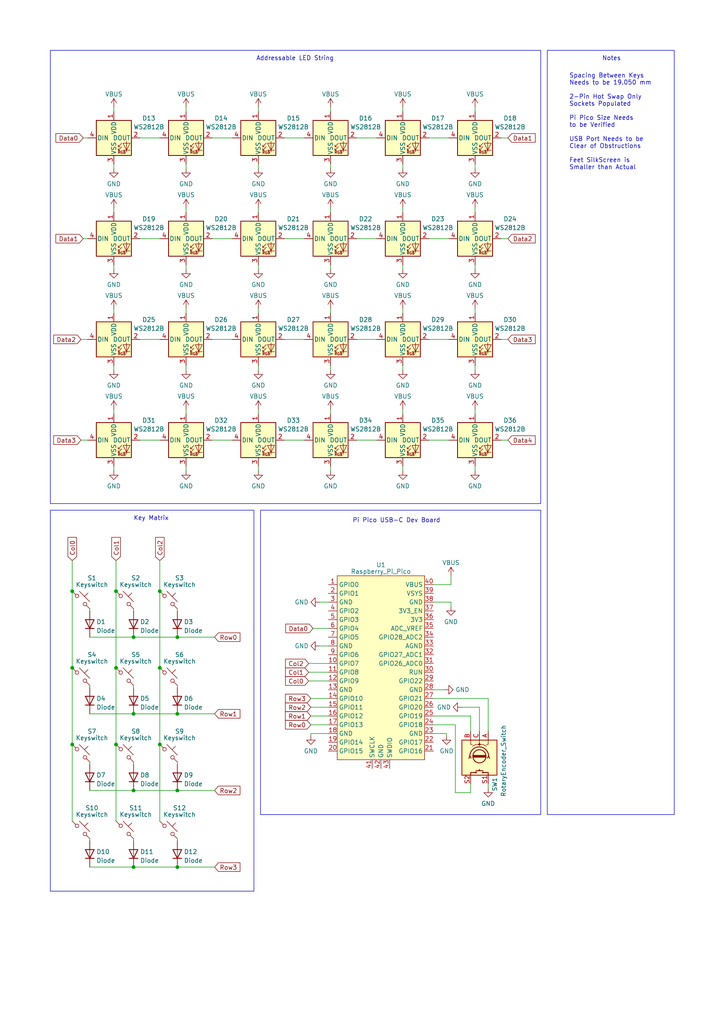
<source format=kicad_sch>
(kicad_sch (version 20250114) (generator "eeschema") (generator_version "9.0")
  (paper "A4" portrait)
  (title_block (title "Macro Keypad w/Rotary Encoder") (date "2023-12-27") (rev "1.0") (company "Akbar Q Open Source") (comment 1 "PCB Manufacture Complete - Multiple Units Built") (comment 2 "Units Given to End Users with Satisfaction"))
  (lib_symbols
    (symbol "Device:RotaryEncoder_Switch" (pin_names (offset 0.254) (hide yes))
      (property "Reference" "SW" (at 0 6.604 0))
      (property "Value" "RotaryEncoder_Switch" (at 0 -6.604 0))
      (symbol "RotaryEncoder_Switch_0_1"
        (rectangle (start -5.08 5.08) (end 5.08 -5.08) (stroke (width 0.254)) (fill (type background)))
        (polyline (pts (xy -5.08 2.54) (xy -3.81 2.54) (xy -3.81 2.032)))
        (polyline (pts (xy -5.08 0) (xy -3.81 0) (xy -3.81 -1.016) (xy -3.302 -2.032)))
        (polyline (pts (xy -5.08 -2.54) (xy -3.81 -2.54) (xy -3.81 -2.032)))
        (polyline (pts (xy -4.318 0) (xy -3.81 0) (xy -3.81 1.016) (xy -3.302 2.032)))
        (circle (center -3.81 0) (radius 0.254) (fill (type outline)))
        (polyline (pts (xy -0.635 -1.778) (xy -0.635 1.778)) (stroke (width 0.254)))
        (circle (center -0.381 0) (radius 1.905) (stroke (width 0.254)))
        (polyline (pts (xy -0.381 -1.778) (xy -0.381 1.778)) (stroke (width 0.254)))
        (arc (start -0.381 -2.794) (mid -3.0988 -0.0635) (end -0.381 2.667) (stroke (width 0.254)))
        (polyline (pts (xy -0.127 1.778) (xy -0.127 -1.778)) (stroke (width 0.254)))
        (polyline (pts (xy 0.254 2.921) (xy -0.508 2.667) (xy 0.127 2.286)) (stroke (width 0.254)))
        (polyline (pts (xy 0.254 -3.048) (xy -0.508 -2.794) (xy 0.127 -2.413)) (stroke (width 0.254)))
        (polyline (pts (xy 3.81 1.016) (xy 3.81 -1.016)) (stroke (width 0.254)))
        (polyline (pts (xy 3.81 0) (xy 3.429 0)) (stroke (width 0.254)))
        (circle (center 4.318 1.016) (radius 0.127) (stroke (width 0.254)))
        (circle (center 4.318 -1.016) (radius 0.127) (stroke (width 0.254)))
        (polyline (pts (xy 5.08 2.54) (xy 4.318 2.54) (xy 4.318 1.016)) (stroke (width 0.254)))
        (polyline (pts (xy 5.08 -2.54) (xy 4.318 -2.54) (xy 4.318 -1.016)) (stroke (width 0.254)))
      )
      (symbol "RotaryEncoder_Switch_1_1"
        (pin passive line (at -7.62 2.54 0) (length 2.54) (name "A") (number "A"))
        (pin passive line (at -7.62 0 0) (length 2.54) (name "C") (number "C"))
        (pin passive line (at -7.62 -2.54 0) (length 2.54) (name "B") (number "B"))
        (pin passive line (at 7.62 2.54 180) (length 2.54) (name "S1") (number "S1"))
        (pin passive line (at 7.62 -2.54 180) (length 2.54) (name "S2") (number "S2"))
      )
    )
    (symbol "LED:WS2812B" (pin_names (offset 0.254))
      (property "Reference" "D" (at 5.08 5.715 0))
      (property "Value" "WS2812B" (at 1.27 -5.715 0))
      (symbol "WS2812B_0_0"
        (text "RGB" (at 2.286 -4.191 0) (effects (font (size 0.762 0.762))))
      )
      (symbol "WS2812B_0_1"
        (polyline (pts (xy 1.27 -2.54) (xy 1.778 -2.54)))
        (polyline (pts (xy 1.27 -3.556) (xy 1.778 -3.556)))
        (polyline (pts (xy 2.286 -1.524) (xy 1.27 -2.54) (xy 1.27 -2.032)))
        (polyline (pts (xy 2.286 -2.54) (xy 1.27 -3.556) (xy 1.27 -3.048)))
        (polyline (pts (xy 3.683 -1.016) (xy 3.683 -3.556) (xy 3.683 -4.064)))
        (polyline (pts (xy 4.699 -1.524) (xy 2.667 -1.524) (xy 3.683 -3.556) (xy 4.699 -1.524)))
        (polyline (pts (xy 4.699 -3.556) (xy 2.667 -3.556)))
        (rectangle (start 5.08 5.08) (end -5.08 -5.08) (stroke (width 0.254)) (fill (type background)))
      )
      (symbol "WS2812B_1_1"
        (pin input line (at -7.62 0 0) (length 2.54) (name "DIN") (number "4"))
        (pin power_in line (at 0 7.62 270) (length 2.54) (name "VDD") (number "1"))
        (pin power_in line (at 0 -7.62 90) (length 2.54) (name "VSS") (number "3"))
        (pin output line (at 7.62 0 180) (length 2.54) (name "DOUT") (number "2"))
      )
    )
    (symbol "ScottoKeebs:MCU_Raspberry_Pi_Pico"
      (property "Reference" "U" (at 0 0 0))
      (property "Value" "Raspberry_Pi_Pico" (at 0 27.94 0))
      (symbol "MCU_Raspberry_Pi_Pico_0_1"
        (rectangle (start -12.7 26.67) (end 12.7 -26.67) (fill (type background)))
      )
      (symbol "MCU_Raspberry_Pi_Pico_1_1"
        (pin bidirectional line (at -15.24 24.13 0) (length 2.54) (name "GPIO0") (number "1"))
        (pin bidirectional line (at -15.24 21.59 0) (length 2.54) (name "GPIO1") (number "2"))
        (pin power_in line (at -15.24 19.05 0) (length 2.54) (name "GND") (number "3"))
        (pin bidirectional line (at -15.24 16.51 0) (length 2.54) (name "GPIO2") (number "4"))
        (pin bidirectional line (at -15.24 13.97 0) (length 2.54) (name "GPIO3") (number "5"))
        (pin bidirectional line (at -15.24 11.43 0) (length 2.54) (name "GPIO4") (number "6"))
        (pin bidirectional line (at -15.24 8.89 0) (length 2.54) (name "GPIO5") (number "7"))
        (pin power_in line (at -15.24 6.35 0) (length 2.54) (name "GND") (number "8"))
        (pin bidirectional line (at -15.24 3.81 0) (length 2.54) (name "GPIO6") (number "9"))
        (pin bidirectional line (at -15.24 1.27 0) (length 2.54) (name "GPIO7") (number "10"))
        (pin bidirectional line (at -15.24 -1.27 0) (length 2.54) (name "GPIO8") (number "11"))
        (pin bidirectional line (at -15.24 -3.81 0) (length 2.54) (name "GPIO9") (number "12"))
        (pin power_in line (at -15.24 -6.35 0) (length 2.54) (name "GND") (number "13"))
        (pin bidirectional line (at -15.24 -8.89 0) (length 2.54) (name "GPIO10") (number "14"))
        (pin bidirectional line (at -15.24 -11.43 0) (length 2.54) (name "GPIO11") (number "15"))
        (pin bidirectional line (at -15.24 -13.97 0) (length 2.54) (name "GPIO12") (number "16"))
        (pin bidirectional line (at -15.24 -16.51 0) (length 2.54) (name "GPIO13") (number "17"))
        (pin power_in line (at -15.24 -19.05 0) (length 2.54) (name "GND") (number "18"))
        (pin bidirectional line (at -15.24 -21.59 0) (length 2.54) (name "GPIO14") (number "19"))
        (pin bidirectional line (at -15.24 -24.13 0) (length 2.54) (name "GPIO15") (number "20"))
        (pin input line (at -2.54 -29.21 90) (length 2.54) (name "SWCLK") (number "41"))
        (pin power_in line (at 0 -29.21 90) (length 2.54) (name "GND") (number "42"))
        (pin bidirectional line (at 2.54 -29.21 90) (length 2.54) (name "SWDIO") (number "43"))
        (pin power_in line (at 15.24 24.13 180) (length 2.54) (name "VBUS") (number "40"))
        (pin power_in line (at 15.24 21.59 180) (length 2.54) (name "VSYS") (number "39"))
        (pin bidirectional line (at 15.24 19.05 180) (length 2.54) (name "GND") (number "38"))
        (pin input line (at 15.24 16.51 180) (length 2.54) (name "3V3_EN") (number "37"))
        (pin power_in line (at 15.24 13.97 180) (length 2.54) (name "3V3") (number "36"))
        (pin power_in line (at 15.24 11.43 180) (length 2.54) (name "ADC_VREF") (number "35"))
        (pin bidirectional line (at 15.24 8.89 180) (length 2.54) (name "GPIO28_ADC2") (number "34"))
        (pin power_in line (at 15.24 6.35 180) (length 2.54) (name "AGND") (number "33"))
        (pin bidirectional line (at 15.24 3.81 180) (length 2.54) (name "GPIO27_ADC1") (number "32"))
        (pin bidirectional line (at 15.24 1.27 180) (length 2.54) (name "GPIO26_ADC0") (number "31"))
        (pin input line (at 15.24 -1.27 180) (length 2.54) (name "RUN") (number "30"))
        (pin bidirectional line (at 15.24 -3.81 180) (length 2.54) (name "GPIO22") (number "29"))
        (pin power_in line (at 15.24 -6.35 180) (length 2.54) (name "GND") (number "28"))
        (pin bidirectional line (at 15.24 -8.89 180) (length 2.54) (name "GPIO21") (number "27"))
        (pin bidirectional line (at 15.24 -11.43 180) (length 2.54) (name "GPIO20") (number "26"))
        (pin bidirectional line (at 15.24 -13.97 180) (length 2.54) (name "GPIO19") (number "25"))
        (pin bidirectional line (at 15.24 -16.51 180) (length 2.54) (name "GPIO18") (number "24"))
        (pin power_in line (at 15.24 -19.05 180) (length 2.54) (name "GND") (number "23"))
        (pin bidirectional line (at 15.24 -21.59 180) (length 2.54) (name "GPIO17") (number "22"))
        (pin bidirectional line (at 15.24 -24.13 180) (length 2.54) (name "GPIO16") (number "21"))
      )
    )
    (symbol "ScottoKeebs:Placeholder_Diode" (pin_numbers (hide yes)) (pin_names (hide yes))
      (property "Reference" "D" (at 0 2.54 0))
      (property "Value" "Diode" (at 0 -2.54 0))
      (symbol "Placeholder_Diode_0_1"
        (polyline (pts (xy -1.27 1.27) (xy -1.27 -1.27)) (stroke (width 0.254)))
        (polyline (pts (xy 1.27 1.27) (xy 1.27 -1.27) (xy -1.27 0) (xy 1.27 1.27)) (stroke (width 0.254)))
        (polyline (pts (xy 1.27 0) (xy -1.27 0)))
      )
      (symbol "Placeholder_Diode_1_1"
        (pin passive line (at -3.81 0 0) (length 2.54) (name "K") (number "1"))
        (pin passive line (at 3.81 0 180) (length 2.54) (name "A") (number "2"))
      )
    )
    (symbol "ScottoKeebs:Placeholder_Keyswitch" (pin_numbers (hide yes)) (pin_names (offset 1.016) (hide yes))
      (property "Reference" "S" (at 3.048 1.016 0))
      (property "Value" "Keyswitch" (at 0 -3.81 0))
      (symbol "Placeholder_Keyswitch_0_1"
        (polyline (pts (xy -2.54 2.54) (xy -1.524 1.524) (xy -1.524 1.524)))
        (circle (center -1.1684 1.1684) (radius 0.508))
        (polyline (pts (xy -0.508 2.54) (xy 2.54 -0.508)))
        (polyline (pts (xy 1.016 1.016) (xy 2.032 2.032)))
        (circle (center 1.143 -1.1938) (radius 0.508))
        (polyline (pts (xy 1.524 -1.524) (xy 2.54 -2.54) (xy 2.54 -2.54) (xy 2.54 -2.54)))
        (pin passive line (at -2.54 2.54 0) (length 0) (name "1") (number "1"))
        (pin passive line (at 2.54 -2.54 180) (length 0) (name "2") (number "2"))
      )
    )
    (symbol "power:GND" (power) (pin_names (offset 0))
      (property "Value" "GND" (at 0 -3.81 0))
      (symbol "GND_0_1"
        (polyline (pts (xy 0 0) (xy 0 -1.27) (xy 1.27 -1.27) (xy 0 -2.54) (xy -1.27 -1.27) (xy 0 -1.27)))
      )
      (symbol "GND_1_1"
        (pin power_in line (at 0 0 270) (length 0) (hide yes) (name "GND") (number "1"))
      )
    )
    (symbol "power:VBUS" (power) (pin_names (offset 0))
      (property "Value" "VBUS" (at 0 3.81 0))
      (symbol "VBUS_0_1"
        (polyline (pts (xy -0.762 1.27) (xy 0 2.54)))
        (polyline (pts (xy 0 2.54) (xy 0.762 1.27)))
        (polyline (pts (xy 0 0) (xy 0 2.54)))
      )
      (symbol "VBUS_1_1"
        (pin power_in line (at 0 0 90) (length 0) (hide yes) (name "VBUS") (number "1"))
      )
    )
  )
  (rectangle (start 14.605 14.605) (end 156.845 146.05))
  (rectangle (start 14.605 147.955) (end 73.66 258.445))
  (rectangle (start 75.565 147.955) (end 156.845 236.22))
  (rectangle (start 158.75 14.605) (end 195.58 236.22))
  (text "Addressable LED String" (at 74.295 17.78 0) (effects (font (size 1.27 1.27)) (justify left bottom)))
  (text "Spacing Between Keys \nNeeds to be 19.050 mm\n\n2-Pin Hot Swap Only\nSockets Populated\n\nPi Pico Size Needs\nto be Verified\n\nUSB Port Needs to be\nClear of Obstructions\n\nFeet SilkScreen is\nSmaller than Actual\n\n" (at 165.1 51.435 0) (effects (font (size 1.27 1.27)) (justify left bottom)))
  (text "Key Matrix" (at 38.735 151.13 0) (effects (font (size 1.27 1.27)) (justify left bottom)))
  (text "Pi Pico USB-C Dev Board" (at 102.235 151.765 0) (effects (font (size 1.27 1.27)) (justify left bottom)))
  (text "Notes" (at 174.625 17.78 0) (effects (font (size 1.27 1.27)) (justify left bottom)))
  (junction (at 46.355 171.45))
  (junction (at 38.735 207.01))
  (junction (at 46.355 193.675))
  (junction (at 38.735 229.235))
  (junction (at 38.735 184.785))
  (junction (at 51.435 184.785))
  (junction (at 33.655 193.675))
  (junction (at 20.955 193.675))
  (junction (at 20.955 171.45))
  (junction (at 51.435 229.235))
  (junction (at 33.655 215.9))
  (junction (at 38.735 251.46))
  (junction (at 20.955 215.9))
  (junction (at 46.355 215.9))
  (junction (at 51.435 207.01))
  (junction (at 51.435 251.46))
  (junction (at 33.655 171.45))
  (wire (pts (xy 145.415 98.425) (xy 147.32 98.425)))
  (wire (pts (xy 74.93 118.745) (xy 74.93 120.015)))
  (wire (pts (xy 53.975 118.745) (xy 53.975 120.015)))
  (wire (pts (xy 74.93 89.535) (xy 74.93 90.805)))
  (wire (pts (xy 33.655 215.9) (xy 33.655 238.125)))
  (wire (pts (xy 136.525 207.645) (xy 125.73 207.645)))
  (wire (pts (xy 95.885 47.625) (xy 95.885 48.895)))
  (wire (pts (xy 46.355 215.9) (xy 46.355 238.125)))
  (wire (pts (xy 33.02 60.325) (xy 33.02 61.595)))
  (wire (pts (xy 90.17 202.565) (xy 95.25 202.565)))
  (wire (pts (xy 61.595 98.425) (xy 67.31 98.425)))
  (wire (pts (xy 53.975 76.835) (xy 53.975 78.105)))
  (wire (pts (xy 51.435 207.01) (xy 62.23 207.01)))
  (wire (pts (xy 137.795 60.325) (xy 137.795 61.595)))
  (wire (pts (xy 33.02 76.835) (xy 33.02 78.105)))
  (wire (pts (xy 51.435 199.39) (xy 51.435 198.755)))
  (wire (pts (xy 40.64 127.635) (xy 46.355 127.635)))
  (wire (pts (xy 116.84 47.625) (xy 116.84 48.895)))
  (wire (pts (xy 132.08 210.185) (xy 125.73 210.185)))
  (wire (pts (xy 137.795 31.115) (xy 137.795 32.385)))
  (wire (pts (xy 38.735 207.01) (xy 51.435 207.01)))
  (wire (pts (xy 53.975 60.325) (xy 53.975 61.595)))
  (wire (pts (xy 74.93 31.115) (xy 74.93 32.385)))
  (wire (pts (xy 116.84 60.325) (xy 116.84 61.595)))
  (wire (pts (xy 26.035 251.46) (xy 38.735 251.46)))
  (wire (pts (xy 116.84 31.115) (xy 116.84 32.385)))
  (wire (pts (xy 125.73 212.725) (xy 129.54 212.725)))
  (wire (pts (xy 61.595 127.635) (xy 67.31 127.635)))
  (wire (pts (xy 95.885 60.325) (xy 95.885 61.595)))
  (wire (pts (xy 89.535 194.945) (xy 95.25 194.945)))
  (wire (pts (xy 141.605 212.09) (xy 141.605 202.565)))
  (wire (pts (xy 82.55 98.425) (xy 88.265 98.425)))
  (wire (pts (xy 26.035 184.785) (xy 38.735 184.785)))
  (wire (pts (xy 90.17 210.185) (xy 95.25 210.185)))
  (wire (pts (xy 53.975 89.535) (xy 53.975 90.805)))
  (wire (pts (xy 24.13 69.215) (xy 25.4 69.215)))
  (wire (pts (xy 38.735 229.235) (xy 51.435 229.235)))
  (wire (pts (xy 51.435 177.165) (xy 51.435 176.53)))
  (wire (pts (xy 137.795 76.835) (xy 137.795 78.105)))
  (wire (pts (xy 38.735 177.165) (xy 38.735 176.53)))
  (wire (pts (xy 40.64 40.005) (xy 46.355 40.005)))
  (wire (pts (xy 51.435 243.84) (xy 51.435 243.205)))
  (wire (pts (xy 90.17 207.645) (xy 95.25 207.645)))
  (wire (pts (xy 51.435 221.615) (xy 51.435 220.98)))
  (wire (pts (xy 51.435 229.235) (xy 62.23 229.235)))
  (wire (pts (xy 82.55 69.215) (xy 88.265 69.215)))
  (wire (pts (xy 103.505 127.635) (xy 109.22 127.635)))
  (wire (pts (xy 51.435 184.785) (xy 62.23 184.785)))
  (wire (pts (xy 51.435 251.46) (xy 62.23 251.46)))
  (wire (pts (xy 95.25 212.725) (xy 90.17 212.725)))
  (wire (pts (xy 74.93 60.325) (xy 74.93 61.595)))
  (wire (pts (xy 103.505 98.425) (xy 109.22 98.425)))
  (wire (pts (xy 33.02 135.255) (xy 33.02 136.525)))
  (wire (pts (xy 136.525 229.87) (xy 132.08 229.87)))
  (wire (pts (xy 145.415 69.215) (xy 147.32 69.215)))
  (wire (pts (xy 61.595 40.005) (xy 67.31 40.005)))
  (wire (pts (xy 89.535 192.405) (xy 95.25 192.405)))
  (wire (pts (xy 26.035 243.84) (xy 26.035 243.205)))
  (wire (pts (xy 20.955 193.675) (xy 20.955 215.9)))
  (wire (pts (xy 130.81 175.895) (xy 130.81 174.625)))
  (wire (pts (xy 38.735 221.615) (xy 38.735 220.98)))
  (wire (pts (xy 141.605 227.33) (xy 141.605 228.6)))
  (wire (pts (xy 26.035 177.165) (xy 26.035 176.53)))
  (wire (pts (xy 24.13 40.005) (xy 25.4 40.005)))
  (wire (pts (xy 74.93 106.045) (xy 74.93 107.315)))
  (wire (pts (xy 38.735 243.84) (xy 38.735 243.205)))
  (wire (pts (xy 38.735 199.39) (xy 38.735 198.755)))
  (wire (pts (xy 92.71 174.625) (xy 95.25 174.625)))
  (wire (pts (xy 90.805 182.245) (xy 95.25 182.245)))
  (wire (pts (xy 53.975 47.625) (xy 53.975 48.895)))
  (wire (pts (xy 20.955 162.56) (xy 20.955 171.45)))
  (wire (pts (xy 23.495 98.425) (xy 25.4 98.425)))
  (wire (pts (xy 139.065 205.105) (xy 139.065 212.09)))
  (wire (pts (xy 46.355 162.56) (xy 46.355 171.45)))
  (wire (pts (xy 33.655 162.56) (xy 33.655 171.45)))
  (wire (pts (xy 116.84 76.835) (xy 116.84 78.105)))
  (wire (pts (xy 46.355 171.45) (xy 46.355 193.675)))
  (wire (pts (xy 33.02 89.535) (xy 33.02 90.805)))
  (wire (pts (xy 33.02 31.115) (xy 33.02 32.385)))
  (wire (pts (xy 33.02 118.745) (xy 33.02 120.015)))
  (wire (pts (xy 40.64 69.215) (xy 46.355 69.215)))
  (wire (pts (xy 137.795 135.255) (xy 137.795 136.525)))
  (wire (pts (xy 116.84 135.255) (xy 116.84 136.525)))
  (wire (pts (xy 129.54 213.36) (xy 129.54 212.725)))
  (wire (pts (xy 95.885 76.835) (xy 95.885 78.105)))
  (wire (pts (xy 82.55 40.005) (xy 88.265 40.005)))
  (wire (pts (xy 90.17 205.105) (xy 95.25 205.105)))
  (wire (pts (xy 90.17 212.725) (xy 90.17 213.36)))
  (wire (pts (xy 137.795 118.745) (xy 137.795 120.015)))
  (wire (pts (xy 38.735 184.785) (xy 51.435 184.785)))
  (wire (pts (xy 130.81 167.005) (xy 130.81 169.545)))
  (wire (pts (xy 74.93 76.835) (xy 74.93 78.105)))
  (wire (pts (xy 92.71 187.325) (xy 95.25 187.325)))
  (wire (pts (xy 103.505 40.005) (xy 109.22 40.005)))
  (wire (pts (xy 74.93 47.625) (xy 74.93 48.895)))
  (wire (pts (xy 26.035 229.235) (xy 38.735 229.235)))
  (wire (pts (xy 136.525 227.33) (xy 136.525 229.87)))
  (wire (pts (xy 53.975 135.255) (xy 53.975 136.525)))
  (wire (pts (xy 137.795 89.535) (xy 137.795 90.805)))
  (wire (pts (xy 136.525 212.09) (xy 136.525 207.645)))
  (wire (pts (xy 33.655 171.45) (xy 33.655 193.675)))
  (wire (pts (xy 95.885 31.115) (xy 95.885 32.385)))
  (wire (pts (xy 33.655 193.675) (xy 33.655 215.9)))
  (wire (pts (xy 137.795 47.625) (xy 137.795 48.895)))
  (wire (pts (xy 116.84 118.745) (xy 116.84 120.015)))
  (wire (pts (xy 125.73 200.025) (xy 128.905 200.025)))
  (wire (pts (xy 33.02 47.625) (xy 33.02 48.895)))
  (wire (pts (xy 23.495 127.635) (xy 25.4 127.635)))
  (wire (pts (xy 26.035 221.615) (xy 26.035 220.98)))
  (wire (pts (xy 125.73 169.545) (xy 130.81 169.545)))
  (wire (pts (xy 103.505 69.215) (xy 109.22 69.215)))
  (wire (pts (xy 130.81 174.625) (xy 125.73 174.625)))
  (wire (pts (xy 89.535 197.485) (xy 95.25 197.485)))
  (wire (pts (xy 95.885 135.255) (xy 95.885 136.525)))
  (wire (pts (xy 141.605 202.565) (xy 125.73 202.565)))
  (wire (pts (xy 95.885 106.045) (xy 95.885 107.315)))
  (wire (pts (xy 82.55 127.635) (xy 88.265 127.635)))
  (wire (pts (xy 61.595 69.215) (xy 67.31 69.215)))
  (wire (pts (xy 46.355 193.675) (xy 46.355 215.9)))
  (wire (pts (xy 132.08 229.87) (xy 132.08 210.185)))
  (wire (pts (xy 38.735 251.46) (xy 51.435 251.46)))
  (wire (pts (xy 26.035 207.01) (xy 38.735 207.01)))
  (wire (pts (xy 137.795 106.045) (xy 137.795 107.315)))
  (wire (pts (xy 40.64 98.425) (xy 46.355 98.425)))
  (wire (pts (xy 139.065 205.105) (xy 133.985 205.105)))
  (wire (pts (xy 124.46 98.425) (xy 130.175 98.425)))
  (wire (pts (xy 124.46 69.215) (xy 130.175 69.215)))
  (wire (pts (xy 20.955 215.9) (xy 20.955 238.125)))
  (wire (pts (xy 116.84 106.045) (xy 116.84 107.315)))
  (wire (pts (xy 26.035 199.39) (xy 26.035 198.755)))
  (wire (pts (xy 95.885 118.745) (xy 95.885 120.015)))
  (wire (pts (xy 20.955 171.45) (xy 20.955 193.675)))
  (wire (pts (xy 124.46 127.635) (xy 130.175 127.635)))
  (wire (pts (xy 53.975 106.045) (xy 53.975 107.315)))
  (wire (pts (xy 116.84 89.535) (xy 116.84 90.805)))
  (wire (pts (xy 145.415 127.635) (xy 147.32 127.635)))
  (wire (pts (xy 145.415 40.005) (xy 147.32 40.005)))
  (wire (pts (xy 53.975 31.115) (xy 53.975 32.385)))
  (wire (pts (xy 33.02 106.045) (xy 33.02 107.315)))
  (wire (pts (xy 124.46 40.005) (xy 130.175 40.005)))
  (wire (pts (xy 74.93 135.255) (xy 74.93 136.525)))
  (wire (pts (xy 95.885 89.535) (xy 95.885 90.805)))
  (global_label "Col2" (shape input) (at 46.355 162.56 90) (property "Intersheetrefs" "${INTERSHEET_REFS}" (effects (hide yes))))
  (global_label "Row0" (shape input) (at 90.17 210.185 180) (property "Intersheetrefs" "${INTERSHEET_REFS}" (effects (hide yes))))
  (global_label "Col0" (shape input) (at 20.955 162.56 90) (property "Intersheetrefs" "${INTERSHEET_REFS}" (effects (hide yes))))
  (global_label "Col0" (shape input) (at 89.535 197.485 180) (property "Intersheetrefs" "${INTERSHEET_REFS}" (effects (hide yes))))
  (global_label "Col1" (shape input) (at 89.535 194.945 180) (property "Intersheetrefs" "${INTERSHEET_REFS}" (effects (hide yes))))
  (global_label "Row0" (shape input) (at 62.23 184.785 0) (property "Intersheetrefs" "${INTERSHEET_REFS}" (effects (hide yes))))
  (global_label "Row2" (shape input) (at 62.23 229.235 0) (property "Intersheetrefs" "${INTERSHEET_REFS}" (effects (hide yes))))
  (global_label "Data2" (shape input) (at 23.495 98.425 180) (property "Intersheetrefs" "${INTERSHEET_REFS}" (effects (hide yes))))
  (global_label "Data1" (shape input) (at 24.13 69.215 180) (property "Intersheetrefs" "${INTERSHEET_REFS}" (effects (hide yes))))
  (global_label "Row3" (shape input) (at 62.23 251.46 0) (property "Intersheetrefs" "${INTERSHEET_REFS}" (effects (hide yes))))
  (global_label "Col2" (shape input) (at 89.535 192.405 180) (property "Intersheetrefs" "${INTERSHEET_REFS}" (effects (hide yes))))
  (global_label "Row3" (shape input) (at 90.17 202.565 180) (property "Intersheetrefs" "${INTERSHEET_REFS}" (effects (hide yes))))
  (global_label "Row1" (shape input) (at 90.17 207.645 180) (property "Intersheetrefs" "${INTERSHEET_REFS}" (effects (hide yes))))
  (global_label "Data2" (shape input) (at 147.32 69.215 0) (property "Intersheetrefs" "${INTERSHEET_REFS}" (effects (hide yes))))
  (global_label "Data4" (shape input) (at 147.32 127.635 0) (property "Intersheetrefs" "${INTERSHEET_REFS}" (effects (hide yes))))
  (global_label "Data3" (shape input) (at 147.32 98.425 0) (property "Intersheetrefs" "${INTERSHEET_REFS}" (effects (hide yes))))
  (global_label "Row2" (shape input) (at 90.17 205.105 180) (property "Intersheetrefs" "${INTERSHEET_REFS}" (effects (hide yes))))
  (global_label "Data3" (shape input) (at 23.495 127.635 180) (property "Intersheetrefs" "${INTERSHEET_REFS}" (effects (hide yes))))
  (global_label "Data0" (shape input) (at 90.805 182.245 180) (property "Intersheetrefs" "${INTERSHEET_REFS}" (effects (hide yes))))
  (global_label "Row1" (shape input) (at 62.23 207.01 0) (property "Intersheetrefs" "${INTERSHEET_REFS}" (effects (hide yes))))
  (global_label "Col1" (shape input) (at 33.655 162.56 90) (property "Intersheetrefs" "${INTERSHEET_REFS}" (effects (hide yes))))
  (global_label "Data0" (shape input) (at 24.13 40.005 180) (property "Intersheetrefs" "${INTERSHEET_REFS}" (effects (hide yes))))
  (global_label "Data1" (shape input) (at 147.32 40.005 0) (property "Intersheetrefs" "${INTERSHEET_REFS}" (effects (hide yes))))
  (symbol (lib_id "power:GND") (at 74.93 136.525 0) (unit 1)
    (property "Reference" "#PWR047" (effects (hide yes)))
    (property "Value" "GND" (at 74.93 140.97 0))
  )
  (symbol (lib_id "ScottoKeebs:MCU_Raspberry_Pi_Pico") (at 110.49 193.675 0) (unit 1)
    (property "Reference" "U1" (at 110.49 163.83 0))
    (property "Value" "Raspberry_Pi_Pico" (at 110.49 165.735 0))
    (property "Footprint" "ScottoKeebs_MCU:Raspberry_Pi_Pico_FrontSilkOnly" (effects (hide yes)))
  )
  (symbol (lib_id "power:GND") (at 74.93 48.895 0) (unit 1)
    (property "Reference" "#PWR029" (effects (hide yes)))
    (property "Value" "GND" (at 74.93 53.34 0))
  )
  (symbol (lib_id "power:VBUS") (at 53.975 60.325 0) (unit 1)
    (property "Reference" "#PWR09" (effects (hide yes)))
    (property "Value" "VBUS" (at 53.975 56.515 0))
  )
  (symbol (lib_id "LED:WS2812B") (at 95.885 69.215 0) (unit 1)
    (property "Reference" "D22" (at 106.045 63.5 0))
    (property "Value" "WS2812B" (at 106.045 66.04 0))
    (property "Footprint" "ScottoKeebs_Components:LED_WS2812B" (effects (hide yes)))
    (property "Datasheet" "https://cdn-shop.adafruit.com/datasheets/WS2812B.pdf" (effects (hide yes)))
  )
  (symbol (lib_id "ScottoKeebs:Placeholder_Keyswitch") (at 23.495 196.215 0) (unit 1)
    (property "Reference" "S4" (at 26.67 189.865 0))
    (property "Value" "Keyswitch" (at 26.67 191.77 0))
    (property "Footprint" "ScottoKeebs_Hotswap:Hotswap_MX_1.00u" (effects (hide yes)))
  )
  (symbol (lib_id "power:VBUS") (at 74.93 118.745 0) (unit 1)
    (property "Reference" "#PWR022" (effects (hide yes)))
    (property "Value" "VBUS" (at 74.93 114.935 0))
  )
  (symbol (lib_id "power:GND") (at 116.84 78.105 0) (unit 1)
    (property "Reference" "#PWR037" (effects (hide yes)))
    (property "Value" "GND" (at 116.84 82.55 0))
  )
  (symbol (lib_id "ScottoKeebs:Placeholder_Diode") (at 51.435 203.2 90) (unit 1)
    (property "Reference" "D6" (at 53.34 202.565 90) (effects (justify right)))
    (property "Value" "Diode" (at 53.34 205.105 90) (effects (justify right)))
    (property "Footprint" "Diode_SMD:D_MELF" (effects (hide yes)))
    (property "Sim.Device" "D" (effects (hide yes)))
    (property "Sim.Pins" "1=K 2=A" (effects (hide yes)))
  )
  (symbol (lib_id "ScottoKeebs:Placeholder_Diode") (at 38.735 203.2 90) (unit 1)
    (property "Reference" "D5" (at 40.64 202.565 90) (effects (justify right)))
    (property "Value" "Diode" (at 40.64 205.105 90) (effects (justify right)))
    (property "Footprint" "Diode_SMD:D_MELF" (effects (hide yes)))
    (property "Sim.Device" "D" (effects (hide yes)))
    (property "Sim.Pins" "1=K 2=A" (effects (hide yes)))
  )
  (symbol (lib_id "LED:WS2812B") (at 53.975 69.215 0) (unit 1)
    (property "Reference" "D20" (at 64.135 63.5 0))
    (property "Value" "WS2812B" (at 64.135 66.04 0))
    (property "Footprint" "ScottoKeebs_Components:LED_WS2812B" (effects (hide yes)))
    (property "Datasheet" "https://cdn-shop.adafruit.com/datasheets/WS2812B.pdf" (effects (hide yes)))
  )
  (symbol (lib_id "power:GND") (at 137.795 107.315 0) (unit 1)
    (property "Reference" "#PWR044" (effects (hide yes)))
    (property "Value" "GND" (at 137.795 111.76 0))
  )
  (symbol (lib_id "power:GND") (at 116.84 48.895 0) (unit 1)
    (property "Reference" "#PWR031" (effects (hide yes)))
    (property "Value" "GND" (at 116.84 53.34 0))
  )
  (symbol (lib_id "LED:WS2812B") (at 74.93 40.005 0) (unit 1)
    (property "Reference" "D15" (at 85.09 34.29 0))
    (property "Value" "WS2812B" (at 85.09 36.83 0))
    (property "Footprint" "ScottoKeebs_Components:LED_WS2812B" (effects (hide yes)))
    (property "Datasheet" "https://cdn-shop.adafruit.com/datasheets/WS2812B.pdf" (effects (hide yes)))
  )
  (symbol (lib_id "LED:WS2812B") (at 74.93 98.425 0) (unit 1)
    (property "Reference" "D27" (at 85.09 92.71 0))
    (property "Value" "WS2812B" (at 85.09 95.25 0))
    (property "Footprint" "ScottoKeebs_Components:LED_WS2812B" (effects (hide yes)))
    (property "Datasheet" "https://cdn-shop.adafruit.com/datasheets/WS2812B.pdf" (effects (hide yes)))
  )
  (symbol (lib_id "power:VBUS") (at 130.81 167.005 0) (unit 1)
    (property "Reference" "#PWR01" (effects (hide yes)))
    (property "Value" "VBUS" (at 130.81 163.195 0))
  )
  (symbol (lib_id "ScottoKeebs:Placeholder_Keyswitch") (at 48.895 240.665 0) (unit 1)
    (property "Reference" "S12" (at 52.07 234.315 0))
    (property "Value" "Keyswitch" (at 52.07 236.22 0))
    (property "Footprint" "ScottoKeebs_Hotswap:Hotswap_MX_1.00u" (effects (hide yes)))
  )
  (symbol (lib_id "power:GND") (at 95.885 107.315 0) (unit 1)
    (property "Reference" "#PWR042" (effects (hide yes)))
    (property "Value" "GND" (at 95.885 111.76 0))
  )
  (symbol (lib_id "power:VBUS") (at 74.93 89.535 0) (unit 1)
    (property "Reference" "#PWR016" (effects (hide yes)))
    (property "Value" "VBUS" (at 74.93 85.725 0))
  )
  (symbol (lib_id "power:VBUS") (at 53.975 31.115 0) (unit 1)
    (property "Reference" "#PWR03" (effects (hide yes)))
    (property "Value" "VBUS" (at 53.975 27.305 0))
  )
  (symbol (lib_id "power:GND") (at 92.71 187.325 270) (unit 1)
    (property "Reference" "#PWR055" (effects (hide yes)))
    (property "Value" "GND" (at 89.535 187.325 90) (effects (justify right)))
  )
  (symbol (lib_id "ScottoKeebs:Placeholder_Diode") (at 26.035 247.65 90) (unit 1)
    (property "Reference" "D10" (at 27.94 247.015 90) (effects (justify right)))
    (property "Value" "Diode" (at 27.94 249.555 90) (effects (justify right)))
    (property "Footprint" "Diode_SMD:D_MELF" (effects (hide yes)))
    (property "Sim.Device" "D" (effects (hide yes)))
    (property "Sim.Pins" "1=K 2=A" (effects (hide yes)))
  )
  (symbol (lib_id "LED:WS2812B") (at 33.02 127.635 0) (unit 1)
    (property "Reference" "D31" (at 43.18 121.92 0))
    (property "Value" "WS2812B" (at 43.18 124.46 0))
    (property "Footprint" "ScottoKeebs_Components:LED_WS2812B" (effects (hide yes)))
    (property "Datasheet" "https://cdn-shop.adafruit.com/datasheets/WS2812B.pdf" (effects (hide yes)))
  )
  (symbol (lib_id "LED:WS2812B") (at 53.975 98.425 0) (unit 1)
    (property "Reference" "D26" (at 64.135 92.71 0))
    (property "Value" "WS2812B" (at 64.135 95.25 0))
    (property "Footprint" "ScottoKeebs_Components:LED_WS2812B" (effects (hide yes)))
    (property "Datasheet" "https://cdn-shop.adafruit.com/datasheets/WS2812B.pdf" (effects (hide yes)))
  )
  (symbol (lib_id "power:GND") (at 90.17 213.36 0) (unit 1)
    (property "Reference" "#PWR054" (effects (hide yes)))
    (property "Value" "GND" (at 90.17 217.805 0))
  )
  (symbol (lib_id "ScottoKeebs:Placeholder_Diode") (at 51.435 180.975 90) (unit 1)
    (property "Reference" "D3" (at 53.34 180.34 90) (effects (justify right)))
    (property "Value" "Diode" (at 53.34 182.88 90) (effects (justify right)))
    (property "Footprint" "Diode_SMD:D_MELF" (effects (hide yes)))
    (property "Sim.Device" "D" (effects (hide yes)))
    (property "Sim.Pins" "1=K 2=A" (effects (hide yes)))
  )
  (symbol (lib_id "LED:WS2812B") (at 116.84 69.215 0) (unit 1)
    (property "Reference" "D23" (at 127 63.5 0))
    (property "Value" "WS2812B" (at 127 66.04 0))
    (property "Footprint" "ScottoKeebs_Components:LED_WS2812B" (effects (hide yes)))
    (property "Datasheet" "https://cdn-shop.adafruit.com/datasheets/WS2812B.pdf" (effects (hide yes)))
  )
  (symbol (lib_id "LED:WS2812B") (at 74.93 69.215 0) (unit 1)
    (property "Reference" "D21" (at 85.09 63.5 0))
    (property "Value" "WS2812B" (at 85.09 66.04 0))
    (property "Footprint" "ScottoKeebs_Components:LED_WS2812B" (effects (hide yes)))
    (property "Datasheet" "https://cdn-shop.adafruit.com/datasheets/WS2812B.pdf" (effects (hide yes)))
  )
  (symbol (lib_id "ScottoKeebs:Placeholder_Diode") (at 51.435 225.425 90) (unit 1)
    (property "Reference" "D9" (at 53.34 224.79 90) (effects (justify right)))
    (property "Value" "Diode" (at 53.34 227.33 90) (effects (justify right)))
    (property "Footprint" "Diode_SMD:D_MELF" (effects (hide yes)))
    (property "Sim.Device" "D" (effects (hide yes)))
    (property "Sim.Pins" "1=K 2=A" (effects (hide yes)))
  )
  (symbol (lib_id "power:GND") (at 33.02 48.895 0) (unit 1)
    (property "Reference" "#PWR027" (effects (hide yes)))
    (property "Value" "GND" (at 33.02 53.34 0))
  )
  (symbol (lib_id "power:VBUS") (at 95.885 31.115 0) (unit 1)
    (property "Reference" "#PWR05" (effects (hide yes)))
    (property "Value" "VBUS" (at 95.885 27.305 0))
  )
  (symbol (lib_id "power:VBUS") (at 74.93 31.115 0) (unit 1)
    (property "Reference" "#PWR04" (effects (hide yes)))
    (property "Value" "VBUS" (at 74.93 27.305 0))
  )
  (symbol (lib_id "power:VBUS") (at 116.84 31.115 0) (unit 1)
    (property "Reference" "#PWR06" (effects (hide yes)))
    (property "Value" "VBUS" (at 116.84 27.305 0))
  )
  (symbol (lib_id "LED:WS2812B") (at 116.84 127.635 0) (unit 1)
    (property "Reference" "D35" (at 127 121.92 0))
    (property "Value" "WS2812B" (at 127 124.46 0))
    (property "Footprint" "ScottoKeebs_Components:LED_WS2812B" (effects (hide yes)))
    (property "Datasheet" "https://cdn-shop.adafruit.com/datasheets/WS2812B.pdf" (effects (hide yes)))
  )
  (symbol (lib_id "LED:WS2812B") (at 137.795 127.635 0) (unit 1)
    (property "Reference" "D36" (at 147.955 121.92 0))
    (property "Value" "WS2812B" (at 147.955 124.46 0))
    (property "Footprint" "ScottoKeebs_Components:LED_WS2812B" (effects (hide yes)))
    (property "Datasheet" "https://cdn-shop.adafruit.com/datasheets/WS2812B.pdf" (effects (hide yes)))
  )
  (symbol (lib_id "ScottoKeebs:Placeholder_Keyswitch") (at 48.895 196.215 0) (unit 1)
    (property "Reference" "S6" (at 52.07 189.865 0))
    (property "Value" "Keyswitch" (at 52.07 191.77 0))
    (property "Footprint" "ScottoKeebs_Hotswap:Hotswap_MX_1.00u" (effects (hide yes)))
  )
  (symbol (lib_id "power:GND") (at 116.84 136.525 0) (unit 1)
    (property "Reference" "#PWR049" (effects (hide yes)))
    (property "Value" "GND" (at 116.84 140.97 0))
  )
  (symbol (lib_id "power:VBUS") (at 74.93 60.325 0) (unit 1)
    (property "Reference" "#PWR010" (effects (hide yes)))
    (property "Value" "VBUS" (at 74.93 56.515 0))
  )
  (symbol (lib_id "power:GND") (at 33.02 136.525 0) (unit 1)
    (property "Reference" "#PWR045" (effects (hide yes)))
    (property "Value" "GND" (at 33.02 140.97 0))
  )
  (symbol (lib_id "power:VBUS") (at 33.02 31.115 0) (unit 1)
    (property "Reference" "#PWR02" (effects (hide yes)))
    (property "Value" "VBUS" (at 33.02 27.305 0))
  )
  (symbol (lib_id "power:VBUS") (at 33.02 60.325 0) (unit 1)
    (property "Reference" "#PWR08" (effects (hide yes)))
    (property "Value" "VBUS" (at 33.02 56.515 0))
  )
  (symbol (lib_id "LED:WS2812B") (at 116.84 40.005 0) (unit 1)
    (property "Reference" "D17" (at 127 34.29 0))
    (property "Value" "WS2812B" (at 127 36.83 0))
    (property "Footprint" "ScottoKeebs_Components:LED_WS2812B" (effects (hide yes)))
    (property "Datasheet" "https://cdn-shop.adafruit.com/datasheets/WS2812B.pdf" (effects (hide yes)))
  )
  (symbol (lib_id "power:VBUS") (at 116.84 89.535 0) (unit 1)
    (property "Reference" "#PWR018" (effects (hide yes)))
    (property "Value" "VBUS" (at 116.84 85.725 0))
  )
  (symbol (lib_id "LED:WS2812B") (at 33.02 40.005 0) (unit 1)
    (property "Reference" "D13" (at 43.18 34.29 0))
    (property "Value" "WS2812B" (at 43.18 36.83 0))
    (property "Footprint" "ScottoKeebs_Components:LED_WS2812B" (effects (hide yes)))
    (property "Datasheet" "https://cdn-shop.adafruit.com/datasheets/WS2812B.pdf" (effects (hide yes)))
  )
  (symbol (lib_id "power:GND") (at 116.84 107.315 0) (unit 1)
    (property "Reference" "#PWR043" (effects (hide yes)))
    (property "Value" "GND" (at 116.84 111.76 0))
  )
  (symbol (lib_id "ScottoKeebs:Placeholder_Keyswitch") (at 36.195 218.44 0) (unit 1)
    (property "Reference" "S8" (at 39.37 212.09 0))
    (property "Value" "Keyswitch" (at 39.37 213.995 0))
    (property "Footprint" "ScottoKeebs_Hotswap:Hotswap_MX_1.00u" (effects (hide yes)))
  )
  (symbol (lib_id "power:GND") (at 53.975 48.895 0) (unit 1)
    (property "Reference" "#PWR028" (effects (hide yes)))
    (property "Value" "GND" (at 53.975 53.34 0))
  )
  (symbol (lib_id "power:GND") (at 95.885 48.895 0) (unit 1)
    (property "Reference" "#PWR030" (effects (hide yes)))
    (property "Value" "GND" (at 95.885 53.34 0))
  )
  (symbol (lib_id "power:GND") (at 53.975 136.525 0) (unit 1)
    (property "Reference" "#PWR046" (effects (hide yes)))
    (property "Value" "GND" (at 53.975 140.97 0))
  )
  (symbol (lib_id "ScottoKeebs:Placeholder_Keyswitch") (at 48.895 218.44 0) (unit 1)
    (property "Reference" "S9" (at 52.07 212.09 0))
    (property "Value" "Keyswitch" (at 52.07 213.995 0))
    (property "Footprint" "ScottoKeebs_Hotswap:Hotswap_MX_1.00u" (effects (hide yes)))
  )
  (symbol (lib_id "LED:WS2812B") (at 137.795 40.005 0) (unit 1)
    (property "Reference" "D18" (at 147.955 34.29 0))
    (property "Value" "WS2812B" (at 147.955 36.83 0))
    (property "Footprint" "ScottoKeebs_Components:LED_WS2812B" (effects (hide yes)))
    (property "Datasheet" "https://cdn-shop.adafruit.com/datasheets/WS2812B.pdf" (effects (hide yes)))
  )
  (symbol (lib_id "ScottoKeebs:Placeholder_Diode") (at 26.035 180.975 90) (unit 1)
    (property "Reference" "D1" (at 27.94 180.34 90) (effects (justify right)))
    (property "Value" "Diode" (at 27.94 182.88 90) (effects (justify right)))
    (property "Footprint" "Diode_SMD:D_MELF" (effects (hide yes)))
    (property "Sim.Device" "D" (effects (hide yes)))
    (property "Sim.Pins" "1=K 2=A" (effects (hide yes)))
  )
  (symbol (lib_id "power:GND") (at 141.605 228.6 0) (unit 1)
    (property "Reference" "#PWR051" (effects (hide yes)))
    (property "Value" "GND" (at 141.605 233.045 0))
  )
  (symbol (lib_id "ScottoKeebs:Placeholder_Diode") (at 38.735 225.425 90) (unit 1)
    (property "Reference" "D8" (at 40.64 224.79 90) (effects (justify right)))
    (property "Value" "Diode" (at 40.64 227.33 90) (effects (justify right)))
    (property "Footprint" "Diode_SMD:D_MELF" (effects (hide yes)))
    (property "Sim.Device" "D" (effects (hide yes)))
    (property "Sim.Pins" "1=K 2=A" (effects (hide yes)))
  )
  (symbol (lib_id "power:GND") (at 92.71 174.625 270) (unit 1)
    (property "Reference" "#PWR056" (effects (hide yes)))
    (property "Value" "GND" (at 89.535 174.625 90) (effects (justify right)))
  )
  (symbol (lib_id "power:VBUS") (at 95.885 118.745 0) (unit 1)
    (property "Reference" "#PWR023" (effects (hide yes)))
    (property "Value" "VBUS" (at 95.885 114.935 0))
  )
  (symbol (lib_id "power:GND") (at 137.795 48.895 0) (unit 1)
    (property "Reference" "#PWR032" (effects (hide yes)))
    (property "Value" "GND" (at 137.795 53.34 0))
  )
  (symbol (lib_id "power:VBUS") (at 116.84 118.745 0) (unit 1)
    (property "Reference" "#PWR024" (effects (hide yes)))
    (property "Value" "VBUS" (at 116.84 114.935 0))
  )
  (symbol (lib_id "power:GND") (at 137.795 136.525 0) (unit 1)
    (property "Reference" "#PWR050" (effects (hide yes)))
    (property "Value" "GND" (at 137.795 140.97 0))
  )
  (symbol (lib_id "power:VBUS") (at 95.885 89.535 0) (unit 1)
    (property "Reference" "#PWR017" (effects (hide yes)))
    (property "Value" "VBUS" (at 95.885 85.725 0))
  )
  (symbol (lib_id "LED:WS2812B") (at 53.975 40.005 0) (unit 1)
    (property "Reference" "D14" (at 64.135 34.29 0))
    (property "Value" "WS2812B" (at 64.135 36.83 0))
    (property "Footprint" "ScottoKeebs_Components:LED_WS2812B" (effects (hide yes)))
    (property "Datasheet" "https://cdn-shop.adafruit.com/datasheets/WS2812B.pdf" (effects (hide yes)))
  )
  (symbol (lib_id "power:GND") (at 74.93 107.315 0) (unit 1)
    (property "Reference" "#PWR041" (effects (hide yes)))
    (property "Value" "GND" (at 74.93 111.76 0))
  )
  (symbol (lib_id "LED:WS2812B") (at 137.795 98.425 0) (unit 1)
    (property "Reference" "D30" (at 147.955 92.71 0))
    (property "Value" "WS2812B" (at 147.955 95.25 0))
    (property "Footprint" "ScottoKeebs_Components:LED_WS2812B" (effects (hide yes)))
    (property "Datasheet" "https://cdn-shop.adafruit.com/datasheets/WS2812B.pdf" (effects (hide yes)))
  )
  (symbol (lib_id "power:GND") (at 33.02 78.105 0) (unit 1)
    (property "Reference" "#PWR033" (effects (hide yes)))
    (property "Value" "GND" (at 33.02 82.55 0))
  )
  (symbol (lib_id "power:GND") (at 130.81 175.895 0) (unit 1)
    (property "Reference" "#PWR026" (effects (hide yes)))
    (property "Value" "GND" (at 130.81 180.34 0))
  )
  (symbol (lib_id "power:GND") (at 95.885 136.525 0) (unit 1)
    (property "Reference" "#PWR048" (effects (hide yes)))
    (property "Value" "GND" (at 95.885 140.97 0))
  )
  (symbol (lib_id "power:GND") (at 53.975 78.105 0) (unit 1)
    (property "Reference" "#PWR034" (effects (hide yes)))
    (property "Value" "GND" (at 53.975 82.55 0))
  )
  (symbol (lib_id "ScottoKeebs:Placeholder_Keyswitch") (at 23.495 240.665 0) (unit 1)
    (property "Reference" "S10" (at 26.67 234.315 0))
    (property "Value" "Keyswitch" (at 26.67 236.22 0))
    (property "Footprint" "ScottoKeebs_Hotswap:Hotswap_MX_1.00u" (effects (hide yes)))
  )
  (symbol (lib_id "power:VBUS") (at 33.02 89.535 0) (unit 1)
    (property "Reference" "#PWR014" (effects (hide yes)))
    (property "Value" "VBUS" (at 33.02 85.725 0))
  )
  (symbol (lib_id "power:VBUS") (at 33.02 118.745 0) (unit 1)
    (property "Reference" "#PWR020" (effects (hide yes)))
    (property "Value" "VBUS" (at 33.02 114.935 0))
  )
  (symbol (lib_id "power:VBUS") (at 137.795 118.745 0) (unit 1)
    (property "Reference" "#PWR025" (effects (hide yes)))
    (property "Value" "VBUS" (at 137.795 114.935 0))
  )
  (symbol (lib_id "LED:WS2812B") (at 53.975 127.635 0) (unit 1)
    (property "Reference" "D32" (at 64.135 121.92 0))
    (property "Value" "WS2812B" (at 64.135 124.46 0))
    (property "Footprint" "ScottoKeebs_Components:LED_WS2812B" (effects (hide yes)))
    (property "Datasheet" "https://cdn-shop.adafruit.com/datasheets/WS2812B.pdf" (effects (hide yes)))
  )
  (symbol (lib_id "ScottoKeebs:Placeholder_Keyswitch") (at 36.195 196.215 0) (unit 1)
    (property "Reference" "S5" (at 39.37 189.865 0))
    (property "Value" "Keyswitch" (at 39.37 191.77 0))
    (property "Footprint" "ScottoKeebs_Hotswap:Hotswap_MX_1.00u" (effects (hide yes)))
  )
  (symbol (lib_id "ScottoKeebs:Placeholder_Diode") (at 26.035 203.2 90) (unit 1)
    (property "Reference" "D4" (at 27.94 202.565 90) (effects (justify right)))
    (property "Value" "Diode" (at 27.94 205.105 90) (effects (justify right)))
    (property "Footprint" "Diode_SMD:D_MELF" (effects (hide yes)))
    (property "Sim.Device" "D" (effects (hide yes)))
    (property "Sim.Pins" "1=K 2=A" (effects (hide yes)))
  )
  (symbol (lib_id "power:GND") (at 33.02 107.315 0) (unit 1)
    (property "Reference" "#PWR039" (effects (hide yes)))
    (property "Value" "GND" (at 33.02 111.76 0))
  )
  (symbol (lib_id "LED:WS2812B") (at 95.885 127.635 0) (unit 1)
    (property "Reference" "D34" (at 106.045 121.92 0))
    (property "Value" "WS2812B" (at 106.045 124.46 0))
    (property "Footprint" "ScottoKeebs_Components:LED_WS2812B" (effects (hide yes)))
    (property "Datasheet" "https://cdn-shop.adafruit.com/datasheets/WS2812B.pdf" (effects (hide yes)))
  )
  (symbol (lib_id "power:VBUS") (at 137.795 89.535 0) (unit 1)
    (property "Reference" "#PWR019" (effects (hide yes)))
    (property "Value" "VBUS" (at 137.795 85.725 0))
  )
  (symbol (lib_id "ScottoKeebs:Placeholder_Diode") (at 26.035 225.425 90) (unit 1)
    (property "Reference" "D7" (at 27.94 224.79 90) (effects (justify right)))
    (property "Value" "Diode" (at 27.94 227.33 90) (effects (justify right)))
    (property "Footprint" "Diode_SMD:D_MELF" (effects (hide yes)))
    (property "Sim.Device" "D" (effects (hide yes)))
    (property "Sim.Pins" "1=K 2=A" (effects (hide yes)))
  )
  (symbol (lib_id "LED:WS2812B") (at 74.93 127.635 0) (unit 1)
    (property "Reference" "D33" (at 85.09 121.92 0))
    (property "Value" "WS2812B" (at 85.09 124.46 0))
    (property "Footprint" "ScottoKeebs_Components:LED_WS2812B" (effects (hide yes)))
    (property "Datasheet" "https://cdn-shop.adafruit.com/datasheets/WS2812B.pdf" (effects (hide yes)))
  )
  (symbol (lib_id "ScottoKeebs:Placeholder_Keyswitch") (at 36.195 173.99 0) (unit 1)
    (property "Reference" "S2" (at 39.37 167.64 0))
    (property "Value" "Keyswitch" (at 39.37 169.545 0))
    (property "Footprint" "ScottoKeebs_Hotswap:Hotswap_MX_1.00u" (effects (hide yes)))
  )
  (symbol (lib_id "power:VBUS") (at 137.795 31.115 0) (unit 1)
    (property "Reference" "#PWR07" (effects (hide yes)))
    (property "Value" "VBUS" (at 137.795 27.305 0))
  )
  (symbol (lib_id "LED:WS2812B") (at 33.02 98.425 0) (unit 1)
    (property "Reference" "D25" (at 43.18 92.71 0))
    (property "Value" "WS2812B" (at 43.18 95.25 0))
    (property "Footprint" "ScottoKeebs_Components:LED_WS2812B" (effects (hide yes)))
    (property "Datasheet" "https://cdn-shop.adafruit.com/datasheets/WS2812B.pdf" (effects (hide yes)))
  )
  (symbol (lib_id "power:GND") (at 74.93 78.105 0) (unit 1)
    (property "Reference" "#PWR035" (effects (hide yes)))
    (property "Value" "GND" (at 74.93 82.55 0))
  )
  (symbol (lib_id "power:VBUS") (at 116.84 60.325 0) (unit 1)
    (property "Reference" "#PWR012" (effects (hide yes)))
    (property "Value" "VBUS" (at 116.84 56.515 0))
  )
  (symbol (lib_id "ScottoKeebs:Placeholder_Keyswitch") (at 36.195 240.665 0) (unit 1)
    (property "Reference" "S11" (at 39.37 234.315 0))
    (property "Value" "Keyswitch" (at 39.37 236.22 0))
    (property "Footprint" "ScottoKeebs_Hotswap:Hotswap_MX_1.00u" (effects (hide yes)))
  )
  (symbol (lib_id "power:GND") (at 129.54 213.36 0) (unit 1)
    (property "Reference" "#PWR053" (effects (hide yes)))
    (property "Value" "GND" (at 129.54 217.805 0))
  )
  (symbol (lib_id "LED:WS2812B") (at 116.84 98.425 0) (unit 1)
    (property "Reference" "D29" (at 127 92.71 0))
    (property "Value" "WS2812B" (at 127 95.25 0))
    (property "Footprint" "ScottoKeebs_Components:LED_WS2812B" (effects (hide yes)))
    (property "Datasheet" "https://cdn-shop.adafruit.com/datasheets/WS2812B.pdf" (effects (hide yes)))
  )
  (symbol (lib_id "power:GND") (at 95.885 78.105 0) (unit 1)
    (property "Reference" "#PWR036" (effects (hide yes)))
    (property "Value" "GND" (at 95.885 82.55 0))
  )
  (symbol (lib_id "ScottoKeebs:Placeholder_Keyswitch") (at 23.495 173.99 0) (unit 1)
    (property "Reference" "S1" (at 26.67 167.64 0))
    (property "Value" "Keyswitch" (at 26.67 169.545 0))
    (property "Footprint" "ScottoKeebs_Hotswap:Hotswap_MX_1.00u" (effects (hide yes)))
  )
  (symbol (lib_id "ScottoKeebs:Placeholder_Keyswitch") (at 23.495 218.44 0) (unit 1)
    (property "Reference" "S7" (at 26.67 212.09 0))
    (property "Value" "Keyswitch" (at 26.67 213.995 0))
    (property "Footprint" "ScottoKeebs_Hotswap:Hotswap_MX_1.00u" (effects (hide yes)))
  )
  (symbol (lib_id "Device:RotaryEncoder_Switch") (at 139.065 219.71 270) (unit 1)
    (property "Reference" "SW1" (at 143.51 225.425 0) (effects (justify left)))
    (property "Value" "RotaryEncoder_Switch" (at 146.05 210.185 0) (effects (justify left)))
    (property "Footprint" "ScottoKeebs_Components:SMD Rotary Switch re1103" (effects (hide yes)))
  )
  (symbol (lib_id "ScottoKeebs:Placeholder_Diode") (at 51.435 247.65 90) (unit 1)
    (property "Reference" "D12" (at 53.34 247.015 90) (effects (justify right)))
    (property "Value" "Diode" (at 53.34 249.555 90) (effects (justify right)))
    (property "Footprint" "Diode_SMD:D_MELF" (effects (hide yes)))
    (property "Sim.Device" "D" (effects (hide yes)))
    (property "Sim.Pins" "1=K 2=A" (effects (hide yes)))
  )
  (symbol (lib_id "LED:WS2812B") (at 95.885 40.005 0) (unit 1)
    (property "Reference" "D16" (at 106.045 34.29 0))
    (property "Value" "WS2812B" (at 106.045 36.83 0))
    (property "Footprint" "ScottoKeebs_Components:LED_WS2812B" (effects (hide yes)))
    (property "Datasheet" "https://cdn-shop.adafruit.com/datasheets/WS2812B.pdf" (effects (hide yes)))
  )
  (symbol (lib_id "ScottoKeebs:Placeholder_Keyswitch") (at 48.895 173.99 0) (unit 1)
    (property "Reference" "S3" (at 52.07 167.64 0))
    (property "Value" "Keyswitch" (at 52.07 169.545 0))
    (property "Footprint" "ScottoKeebs_Hotswap:Hotswap_MX_1.00u" (effects (hide yes)))
  )
  (symbol (lib_id "LED:WS2812B") (at 33.02 69.215 0) (unit 1)
    (property "Reference" "D19" (at 43.18 63.5 0))
    (property "Value" "WS2812B" (at 43.18 66.04 0))
    (property "Footprint" "ScottoKeebs_Components:LED_WS2812B" (effects (hide yes)))
    (property "Datasheet" "https://cdn-shop.adafruit.com/datasheets/WS2812B.pdf" (effects (hide yes)))
  )
  (symbol (lib_id "power:VBUS") (at 53.975 118.745 0) (unit 1)
    (property "Reference" "#PWR021" (effects (hide yes)))
    (property "Value" "VBUS" (at 53.975 114.935 0))
  )
  (symbol (lib_id "power:VBUS") (at 137.795 60.325 0) (unit 1)
    (property "Reference" "#PWR013" (effects (hide yes)))
    (property "Value" "VBUS" (at 137.795 56.515 0))
  )
  (symbol (lib_id "power:GND") (at 128.905 200.025 90) (unit 1)
    (property "Reference" "#PWR052" (effects (hide yes)))
    (property "Value" "GND" (at 132.08 200.025 90) (effects (justify right)))
  )
  (symbol (lib_id "power:GND") (at 53.975 107.315 0) (unit 1)
    (property "Reference" "#PWR040" (effects (hide yes)))
    (property "Value" "GND" (at 53.975 111.76 0))
  )
  (symbol (lib_id "power:GND") (at 133.985 205.105 270) (unit 1)
    (property "Reference" "#PWR057" (effects (hide yes)))
    (property "Value" "GND" (at 130.81 205.105 90) (effects (justify right)))
  )
  (symbol (lib_id "ScottoKeebs:Placeholder_Diode") (at 38.735 247.65 90) (unit 1)
    (property "Reference" "D11" (at 40.64 247.015 90) (effects (justify right)))
    (property "Value" "Diode" (at 40.64 249.555 90) (effects (justify right)))
    (property "Footprint" "Diode_SMD:D_MELF" (effects (hide yes)))
    (property "Sim.Device" "D" (effects (hide yes)))
    (property "Sim.Pins" "1=K 2=A" (effects (hide yes)))
  )
  (symbol (lib_id "power:VBUS") (at 95.885 60.325 0) (unit 1)
    (property "Reference" "#PWR011" (effects (hide yes)))
    (property "Value" "VBUS" (at 95.885 56.515 0))
  )
  (symbol (lib_id "LED:WS2812B") (at 95.885 98.425 0) (unit 1)
    (property "Reference" "D28" (at 106.045 92.71 0))
    (property "Value" "WS2812B" (at 106.045 95.25 0))
    (property "Footprint" "ScottoKeebs_Components:LED_WS2812B" (effects (hide yes)))
    (property "Datasheet" "https://cdn-shop.adafruit.com/datasheets/WS2812B.pdf" (effects (hide yes)))
  )
  (symbol (lib_id "power:GND") (at 137.795 78.105 0) (unit 1)
    (property "Reference" "#PWR038" (effects (hide yes)))
    (property "Value" "GND" (at 137.795 82.55 0))
  )
  (symbol (lib_id "power:VBUS") (at 53.975 89.535 0) (unit 1)
    (property "Reference" "#PWR015" (effects (hide yes)))
    (property "Value" "VBUS" (at 53.975 85.725 0))
  )
  (symbol (lib_id "ScottoKeebs:Placeholder_Diode") (at 38.735 180.975 90) (unit 1)
    (property "Reference" "D2" (at 40.64 180.34 90) (effects (justify right)))
    (property "Value" "Diode" (at 40.64 182.88 90) (effects (justify right)))
    (property "Footprint" "Diode_SMD:D_MELF" (effects (hide yes)))
    (property "Sim.Device" "D" (effects (hide yes)))
    (property "Sim.Pins" "1=K 2=A" (effects (hide yes)))
  )
  (symbol (lib_id "LED:WS2812B") (at 137.795 69.215 0) (unit 1)
    (property "Reference" "D24" (at 147.955 63.5 0))
    (property "Value" "WS2812B" (at 147.955 66.04 0))
    (property "Footprint" "ScottoKeebs_Components:LED_WS2812B" (effects (hide yes)))
    (property "Datasheet" "https://cdn-shop.adafruit.com/datasheets/WS2812B.pdf" (effects (hide yes)))
  )
)
</source>
